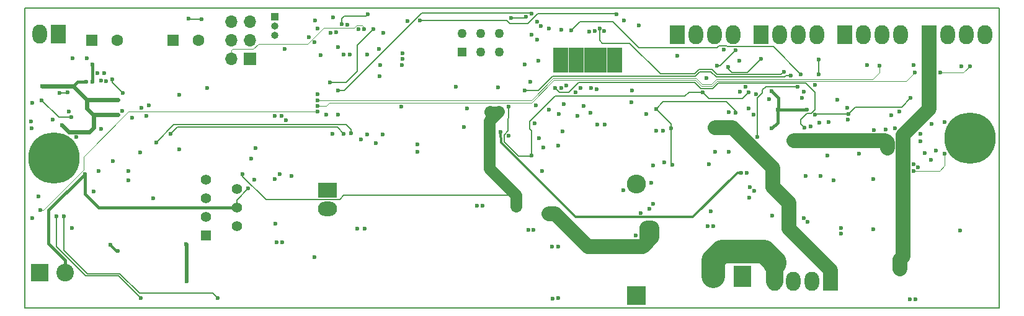
<source format=gbr>
G04 #@! TF.FileFunction,Copper,L3,Inr,Signal*
%FSLAX46Y46*%
G04 Gerber Fmt 4.6, Leading zero omitted, Abs format (unit mm)*
G04 Created by KiCad (PCBNEW 4.0.7) date 06/15/18 17:29:42*
%MOMM*%
%LPD*%
G01*
G04 APERTURE LIST*
%ADD10C,0.100000*%
%ADD11C,0.150000*%
%ADD12R,1.600000X1.600000*%
%ADD13C,1.600000*%
%ADD14R,2.600000X2.600000*%
%ADD15O,2.600000X2.600000*%
%ADD16C,7.000000*%
%ADD17R,1.700000X1.700000*%
%ADD18O,1.700000X1.700000*%
%ADD19R,1.000000X1.000000*%
%ADD20O,1.000000X1.000000*%
%ADD21R,2.350000X3.000000*%
%ADD22O,2.350000X3.000000*%
%ADD23C,1.270000*%
%ADD24R,1.270000X1.270000*%
%ADD25R,2.000000X2.600000*%
%ADD26O,2.000000X2.600000*%
%ADD27R,1.397000X1.397000*%
%ADD28C,1.397000*%
%ADD29R,1.100000X0.890000*%
%ADD30R,2.600000X2.000000*%
%ADD31O,2.600000X2.000000*%
%ADD32C,2.400000*%
%ADD33R,2.400000X2.400000*%
%ADD34C,0.600000*%
%ADD35C,0.159000*%
%ADD36C,0.200000*%
%ADD37C,0.125000*%
%ADD38C,1.570000*%
%ADD39C,2.000000*%
%ADD40C,3.200000*%
%ADD41C,2.400000*%
%ADD42C,0.415000*%
%ADD43C,0.500000*%
%ADD44C,0.300000*%
%ADD45C,0.555000*%
G04 APERTURE END LIST*
D10*
D11*
X25000000Y-164000000D02*
X25000000Y-123000000D01*
X158000000Y-164000000D02*
X25000000Y-164000000D01*
X158000000Y-123000000D02*
X158000000Y-164000000D01*
X25000000Y-123000000D02*
X158000000Y-123000000D01*
D12*
X45200000Y-127450000D03*
D13*
X48700000Y-127450000D03*
D12*
X34100000Y-127450000D03*
D13*
X37600000Y-127450000D03*
D14*
X108490000Y-162350000D03*
D15*
X108490000Y-147110000D03*
D16*
X154010000Y-140810000D03*
D17*
X55690000Y-129950000D03*
D18*
X53150000Y-129950000D03*
X55690000Y-127410000D03*
X53150000Y-127410000D03*
X55690000Y-124870000D03*
X53150000Y-124870000D03*
D19*
X59090000Y-124250000D03*
D20*
X59090000Y-125520000D03*
X59090000Y-126790000D03*
D21*
X122950000Y-159700000D03*
D22*
X118990000Y-159700000D03*
D23*
X84690000Y-126480000D03*
X87230000Y-126480000D03*
X89770000Y-126480000D03*
D24*
X84690000Y-129020000D03*
D23*
X87230000Y-129020000D03*
X89770000Y-129020000D03*
D25*
X125520000Y-126650000D03*
D26*
X128060000Y-126650000D03*
X130600000Y-126650000D03*
X133140000Y-126650000D03*
D25*
X114080000Y-126650000D03*
D26*
X116620000Y-126650000D03*
X119160000Y-126650000D03*
X121700000Y-126650000D03*
D25*
X136950000Y-126650000D03*
D26*
X139490000Y-126650000D03*
X142030000Y-126650000D03*
X144570000Y-126650000D03*
D25*
X148400000Y-126650000D03*
D26*
X150940000Y-126650000D03*
X153480000Y-126650000D03*
X156020000Y-126650000D03*
D27*
X49734000Y-154120000D03*
D28*
X53925000Y-152850000D03*
X49734000Y-151580000D03*
X53925000Y-150310000D03*
X49734000Y-149040000D03*
X53925000Y-147770000D03*
X49734000Y-146500000D03*
D29*
X106045000Y-131385000D03*
X106045000Y-130535000D03*
X106045000Y-128835000D03*
X106045000Y-129685000D03*
X104988750Y-129685000D03*
X104988750Y-128835000D03*
X104988750Y-130535000D03*
X104988750Y-131385000D03*
X103932500Y-131385000D03*
X103932500Y-130535000D03*
X103932500Y-128835000D03*
X103932500Y-129685000D03*
X102876250Y-129685000D03*
X102876250Y-128835000D03*
X102876250Y-130535000D03*
X102876250Y-131385000D03*
X101820000Y-131385000D03*
X101820000Y-130535000D03*
X101820000Y-128835000D03*
X101820000Y-129685000D03*
X100763750Y-129685000D03*
X100763750Y-128835000D03*
X100763750Y-130535000D03*
X100763750Y-131385000D03*
X99707500Y-131385000D03*
X99707500Y-130535000D03*
X99707500Y-128835000D03*
X99707500Y-129685000D03*
X98651250Y-129685000D03*
X98651250Y-128835000D03*
X98651250Y-130535000D03*
X98651250Y-131385000D03*
X97595000Y-131385000D03*
X97595000Y-130535000D03*
X97595000Y-128835000D03*
X97595000Y-129685000D03*
D16*
X29000000Y-143500000D03*
D30*
X66330000Y-147920000D03*
D31*
X66330000Y-150460000D03*
D25*
X29550000Y-126600000D03*
D26*
X27010000Y-126600000D03*
D32*
X30500000Y-159200000D03*
D33*
X27000000Y-159200000D03*
D25*
X134950000Y-160350000D03*
D26*
X132410000Y-160350000D03*
X129870000Y-160350000D03*
X127330000Y-160350000D03*
D34*
X110760000Y-144490000D03*
X46040000Y-134840000D03*
X36980000Y-143930000D03*
X94020000Y-133140000D03*
X98530000Y-136130000D03*
X70910000Y-140970000D03*
X135390000Y-146570000D03*
X91040000Y-136500000D03*
X94190000Y-143200000D03*
X132850000Y-137600000D03*
X117540000Y-134510000D03*
X123760000Y-134520000D03*
X145920000Y-135330000D03*
X137400000Y-137480000D03*
X150540000Y-138580000D03*
X146940000Y-144780000D03*
X83850000Y-133810000D03*
X73530000Y-130850000D03*
X73400000Y-132350000D03*
X67510000Y-126300000D03*
X73910000Y-126390000D03*
X72890000Y-141450000D03*
X71720000Y-140270000D03*
X73850000Y-140310000D03*
X46030000Y-142350000D03*
X56290000Y-146460000D03*
X61410000Y-145950000D03*
X59090000Y-146420000D03*
X41940000Y-136300000D03*
X41610000Y-137770000D03*
X47340000Y-124500000D03*
X49070000Y-124570000D03*
X95560000Y-145290000D03*
X60470000Y-128630000D03*
X123920000Y-147470000D03*
X114040000Y-129570000D03*
X125460000Y-129950000D03*
X111180000Y-136800000D03*
X39660000Y-137980000D03*
X113240000Y-139490000D03*
X113410000Y-144430000D03*
X118330000Y-144360000D03*
X59220000Y-152510000D03*
X59780000Y-145720000D03*
X146320000Y-145300000D03*
X132850000Y-133510000D03*
X126580000Y-135430000D03*
X121980000Y-137340000D03*
X100410000Y-137720000D03*
X100195000Y-134575000D03*
X120960000Y-131070000D03*
X112290000Y-144090000D03*
X64600000Y-124750000D03*
X67760000Y-128390000D03*
X31500000Y-129920000D03*
X33430000Y-129850000D03*
X34890000Y-131880000D03*
X25830000Y-138540000D03*
X25890000Y-139460000D03*
X134750000Y-138640000D03*
X137260000Y-136680000D03*
X89580000Y-133900000D03*
X49880000Y-133910000D03*
X35032340Y-145312460D03*
X42550000Y-148990000D03*
X34380000Y-148110000D03*
X26880000Y-148730000D03*
X26040000Y-151750000D03*
X40767660Y-142777540D03*
X150570000Y-142960000D03*
X149380000Y-142540000D03*
X144340000Y-137130000D03*
X152640000Y-153450000D03*
X139960000Y-130840000D03*
X146290000Y-130840000D03*
X152790000Y-130960000D03*
X66730000Y-126420000D03*
X67030000Y-124260000D03*
X66610000Y-133190000D03*
X72530000Y-125910000D03*
X64530000Y-157030000D03*
X71400000Y-153170000D03*
X70330000Y-153170000D03*
X98350000Y-139900000D03*
X108380000Y-154140000D03*
X54740000Y-145730000D03*
X92065000Y-150050000D03*
X88470000Y-137210000D03*
X92060000Y-148620000D03*
X89630000Y-137190000D03*
X109870000Y-153110000D03*
X110610000Y-153090000D03*
X97270000Y-151120000D03*
X96530000Y-151140000D03*
X123880000Y-148970000D03*
X34180000Y-133140000D03*
X34180000Y-130700000D03*
X47050000Y-160360000D03*
X47010000Y-155250000D03*
X28770000Y-138240000D03*
X32020000Y-140650000D03*
X121050000Y-142650000D03*
X119180000Y-142650000D03*
X131300000Y-151700000D03*
X131830000Y-152220000D03*
X121100000Y-139390000D03*
X119180000Y-139390000D03*
X144480000Y-158710000D03*
X144480000Y-157360000D03*
X123790000Y-136760000D03*
X97880000Y-137540000D03*
X109060000Y-151010000D03*
X133620000Y-146010000D03*
X140790000Y-146430000D03*
X106650000Y-147900000D03*
X110220000Y-150430000D03*
X95110000Y-130220000D03*
X96500000Y-136900000D03*
X104100000Y-126160000D03*
X106740000Y-124730000D03*
X102790000Y-126160000D03*
X107900000Y-134250000D03*
X103010000Y-134090000D03*
X101240000Y-136390000D03*
X98240000Y-133950000D03*
X110750000Y-149790000D03*
X140790000Y-153280000D03*
X110460000Y-146860000D03*
X104120000Y-138950000D03*
X103090000Y-138930000D03*
X148660000Y-143750000D03*
X102160000Y-137330000D03*
X102280000Y-133950000D03*
X64940000Y-137190000D03*
X27110000Y-150630000D03*
X146470000Y-131860000D03*
X149970000Y-131870000D03*
X154000000Y-130950000D03*
X64930000Y-136390000D03*
X64930000Y-135600000D03*
X141630000Y-130910000D03*
X119450000Y-130900000D03*
X121980000Y-128800000D03*
X117990000Y-132610000D03*
X64950000Y-134780000D03*
X118960000Y-152830000D03*
X118220000Y-152850000D03*
X96990000Y-155630000D03*
X97770000Y-155620000D03*
X97760000Y-162690000D03*
X97000000Y-162710000D03*
X71810000Y-123870000D03*
X68470000Y-129390000D03*
X60060000Y-137780000D03*
X35370000Y-132930000D03*
X39090000Y-145280000D03*
X94550000Y-138760000D03*
X143230000Y-137700000D03*
X68250000Y-125260000D03*
X124580000Y-147980000D03*
X131560000Y-145980000D03*
X98220000Y-125960000D03*
X108810000Y-125370000D03*
X142710000Y-141180000D03*
X142720000Y-142140000D03*
X129960000Y-141110000D03*
X130700000Y-141110000D03*
X125000000Y-140600000D03*
X99540000Y-126070000D03*
X130930000Y-132050000D03*
X130450000Y-133790000D03*
X134570000Y-143180000D03*
X133370000Y-130050000D03*
X133340000Y-132050000D03*
X103450000Y-125800000D03*
X128600000Y-131730000D03*
X138890000Y-142930000D03*
X133410000Y-138720000D03*
X102040000Y-126210000D03*
X137350000Y-138260000D03*
X100850000Y-133930000D03*
X131380000Y-139350000D03*
X66940000Y-140230000D03*
X97330000Y-133950000D03*
X84960000Y-139260000D03*
X89930000Y-139920000D03*
X122770000Y-145530000D03*
X123520000Y-145550000D03*
X25960000Y-136020000D03*
X35830000Y-131890000D03*
X31020000Y-137140000D03*
X124770000Y-134780000D03*
X124440000Y-137630000D03*
X109790000Y-137470000D03*
X131310000Y-134460000D03*
X147840000Y-142820000D03*
X147280000Y-141230000D03*
X122580000Y-134450000D03*
X135870000Y-135530000D03*
X35410000Y-139510000D03*
X71730000Y-129370000D03*
X111160000Y-139760000D03*
X112100000Y-139770000D03*
X148740000Y-138890000D03*
X78550000Y-141660000D03*
X78560000Y-142640000D03*
X67730000Y-137590000D03*
X95770000Y-142050000D03*
X122550000Y-130190000D03*
X120380000Y-128690000D03*
X94130000Y-123820000D03*
X67720000Y-134290000D03*
X129540000Y-132230000D03*
X66130000Y-137600000D03*
X93190000Y-134250000D03*
X71290000Y-125930000D03*
X70550000Y-125920000D03*
X73350000Y-128600000D03*
X64500000Y-127720000D03*
X63790000Y-127020000D03*
X76540000Y-129990000D03*
X94950000Y-127380000D03*
X96530000Y-125820000D03*
X131110000Y-135310000D03*
X123380000Y-133810000D03*
X94910000Y-124870000D03*
X93200000Y-130690000D03*
X76500000Y-130790000D03*
X97790000Y-141780000D03*
X76340000Y-136490000D03*
X140920000Y-139680000D03*
X146290000Y-144350000D03*
X59080000Y-137750000D03*
X65390000Y-129440000D03*
X64930000Y-125860000D03*
X77260000Y-124770000D03*
X78900000Y-124740000D03*
X105780000Y-123860000D03*
X143740000Y-139470000D03*
X142540000Y-139590000D03*
X68540000Y-140230000D03*
X44870000Y-140220000D03*
X40900000Y-136660000D03*
X29760000Y-134600000D03*
X30850000Y-134560000D03*
X69500000Y-140150000D03*
X42930000Y-141360000D03*
X31430000Y-153050000D03*
X132250000Y-139230000D03*
X95410000Y-125460000D03*
X76520000Y-129190000D03*
X94180000Y-126660000D03*
X127000000Y-151370000D03*
X118620000Y-150780000D03*
X107820000Y-135860000D03*
X98920000Y-133650000D03*
X146570000Y-162800000D03*
X136390000Y-153110000D03*
X145830000Y-162800000D03*
X136390000Y-153860000D03*
X33400000Y-133120000D03*
X33190000Y-145710000D03*
X55500000Y-147680000D03*
X30050000Y-139000000D03*
X33770000Y-139920000D03*
X37700000Y-137550000D03*
X27320000Y-133730000D03*
X37660000Y-135550000D03*
X59330000Y-155030000D03*
X60080000Y-155010000D03*
X94410000Y-153360000D03*
X93710000Y-153360000D03*
X87450000Y-150050000D03*
X86730000Y-150070000D03*
X36100000Y-133050000D03*
X147230000Y-140220000D03*
X93390000Y-124240000D03*
X91380000Y-124410000D03*
X69320000Y-129410000D03*
X60590000Y-138330000D03*
X56500000Y-142140000D03*
X55910000Y-143630000D03*
X39080000Y-146570000D03*
X95150000Y-140780000D03*
X69000000Y-125270000D03*
X121040000Y-137270000D03*
X131750000Y-136890000D03*
X126930000Y-139490000D03*
X127770000Y-136920000D03*
X126910000Y-134400000D03*
X91020000Y-140460000D03*
X94710000Y-136340000D03*
X85370000Y-136710000D03*
X36640000Y-155390000D03*
X37650000Y-156220000D03*
X38260000Y-137080000D03*
X36900000Y-132770000D03*
X38360000Y-134650000D03*
X31360000Y-137960000D03*
X27310000Y-135660000D03*
X30300000Y-151470000D03*
X51330000Y-162680000D03*
X29330000Y-151470000D03*
X40800000Y-162680000D03*
D35*
X94190000Y-143200000D02*
X94190000Y-139770000D01*
X115680000Y-134510000D02*
X117540000Y-134510000D01*
X115100000Y-135090000D02*
X115680000Y-134510000D01*
X97360000Y-135090000D02*
X115100000Y-135090000D01*
X93930000Y-138520000D02*
X97360000Y-135090000D01*
X93930000Y-139510000D02*
X93930000Y-138520000D01*
X94190000Y-139770000D02*
X93930000Y-139510000D01*
X90950000Y-139810000D02*
X91040000Y-136500000D01*
X90420000Y-140340000D02*
X90950000Y-139810000D01*
X90420000Y-141310000D02*
X90420000Y-140340000D01*
X92370000Y-143260000D02*
X90420000Y-141310000D01*
X94130000Y-143260000D02*
X92370000Y-143260000D01*
X94190000Y-143200000D02*
X94130000Y-143260000D01*
X132970000Y-137480000D02*
X137400000Y-137480000D01*
X132850000Y-137600000D02*
X132970000Y-137480000D01*
X118390000Y-135360000D02*
X117540000Y-134510000D01*
X123760000Y-134520000D02*
X122920000Y-135360000D01*
X122920000Y-135360000D02*
X118390000Y-135360000D01*
X145920000Y-135330000D02*
X144710000Y-136540000D01*
X144710000Y-136540000D02*
X138340000Y-136540000D01*
X138340000Y-136540000D02*
X137400000Y-137480000D01*
X47340000Y-124500000D02*
X47410000Y-124570000D01*
X47410000Y-124570000D02*
X49070000Y-124570000D01*
D36*
X121980000Y-137340000D02*
X121980000Y-137070000D01*
X112130000Y-135850000D02*
X111180000Y-136800000D01*
X120760000Y-135850000D02*
X112130000Y-135850000D01*
X121980000Y-137070000D02*
X120760000Y-135850000D01*
X120960000Y-131070000D02*
X120960000Y-131295498D01*
X120960000Y-131295498D02*
X121470000Y-131805498D01*
X121470000Y-131805498D02*
X123604502Y-131805498D01*
X123604502Y-131805498D02*
X125460000Y-129950000D01*
X113240000Y-138860000D02*
X113240000Y-139490000D01*
X111180000Y-136800000D02*
X113240000Y-138860000D01*
X113240000Y-139490000D02*
X113240000Y-144260000D01*
X113240000Y-144260000D02*
X113410000Y-144430000D01*
D37*
X146320000Y-145300000D02*
X149840000Y-145300000D01*
X150570000Y-144570000D02*
X150570000Y-142960000D01*
X149840000Y-145300000D02*
X150570000Y-144570000D01*
D35*
X68830000Y-133190000D02*
X66610000Y-133190000D01*
X70360000Y-131660000D02*
X68830000Y-133190000D01*
X70360000Y-128080000D02*
X70360000Y-131660000D01*
X72530000Y-125910000D02*
X70360000Y-128080000D01*
D36*
X92060000Y-148620000D02*
X68520000Y-148620000D01*
X54740000Y-146020000D02*
X54740000Y-145730000D01*
X57900000Y-149180000D02*
X54740000Y-146020000D01*
X67960000Y-149180000D02*
X57900000Y-149180000D01*
X68520000Y-148620000D02*
X67960000Y-149180000D01*
D38*
X92065000Y-150050000D02*
X92065000Y-148625000D01*
X92065000Y-148625000D02*
X92060000Y-148620000D01*
X92065000Y-150050000D02*
X92060000Y-150055000D01*
X92060000Y-150055000D02*
X92060000Y-150130000D01*
X88470000Y-137210000D02*
X89610000Y-137210000D01*
X89610000Y-137210000D02*
X89630000Y-137190000D01*
X88470000Y-137210000D02*
X88470000Y-137200000D01*
X88370000Y-144930000D02*
X92060000Y-148620000D01*
X88370000Y-138450000D02*
X88370000Y-144930000D01*
X89630000Y-137190000D02*
X88370000Y-138450000D01*
D39*
X109890000Y-153090000D02*
X109890000Y-155080000D01*
X109890000Y-155080000D02*
X109320000Y-155650000D01*
X110610000Y-153090000D02*
X109890000Y-153090000D01*
X109890000Y-153090000D02*
X109870000Y-153110000D01*
X97270000Y-151120000D02*
X97330000Y-151120000D01*
X97330000Y-151120000D02*
X101860000Y-155650000D01*
X101860000Y-155650000D02*
X109320000Y-155650000D01*
X110610000Y-154360000D02*
X110610000Y-153090000D01*
X109320000Y-155650000D02*
X110610000Y-154360000D01*
X97270000Y-151120000D02*
X96550000Y-151120000D01*
X96550000Y-151120000D02*
X96530000Y-151140000D01*
X96550000Y-151120000D02*
X96530000Y-151140000D01*
D40*
X118990000Y-157480000D02*
X118990000Y-159700000D01*
X120160000Y-156310000D02*
X118990000Y-157480000D01*
X125930000Y-156310000D02*
X120160000Y-156310000D01*
X127330000Y-157710000D02*
X125930000Y-156310000D01*
X127330000Y-157870000D02*
X127330000Y-157710000D01*
D41*
X127330000Y-157870000D02*
X127300000Y-157840000D01*
X127330000Y-160350000D02*
X127330000Y-157870000D01*
D42*
X34180000Y-133140000D02*
X34180000Y-130700000D01*
D43*
X47010000Y-155250000D02*
X47050000Y-155290000D01*
X47050000Y-155290000D02*
X47050000Y-160360000D01*
D39*
X121590000Y-139390000D02*
X121100000Y-139390000D01*
X127100000Y-144900000D02*
X121590000Y-139390000D01*
X127100000Y-147500000D02*
X127100000Y-144900000D01*
X129250000Y-149650000D02*
X127100000Y-147500000D01*
X129250000Y-153170000D02*
X129250000Y-149650000D01*
X134950000Y-158870000D02*
X129250000Y-153170000D01*
X134950000Y-158870000D02*
X134950000Y-160350000D01*
X119180000Y-139390000D02*
X121100000Y-139390000D01*
X144480000Y-157360000D02*
X144480000Y-158710000D01*
X148400000Y-126650000D02*
X148400000Y-136820000D01*
X144860000Y-156980000D02*
X144480000Y-157360000D01*
X144860000Y-140360000D02*
X144860000Y-156980000D01*
X148400000Y-136820000D02*
X144860000Y-140360000D01*
D37*
X64940000Y-137190000D02*
X39160000Y-137190000D01*
X27510000Y-150630000D02*
X27110000Y-150630000D01*
X32990000Y-145150000D02*
X27510000Y-150630000D01*
X32990000Y-143360000D02*
X32990000Y-145150000D01*
X39160000Y-137190000D02*
X32990000Y-143360000D01*
X66150000Y-136390000D02*
X66580000Y-135960000D01*
X66580000Y-135960000D02*
X94160000Y-135960000D01*
X94160000Y-135960000D02*
X97240000Y-132880000D01*
X97240000Y-132880000D02*
X116490000Y-132880000D01*
X116490000Y-132880000D02*
X117340000Y-133730000D01*
X117340000Y-133730000D02*
X118770000Y-133730000D01*
X118770000Y-133730000D02*
X119490000Y-133010000D01*
X119490000Y-133010000D02*
X145320000Y-133010000D01*
X145320000Y-133010000D02*
X146470000Y-131860000D01*
X149970000Y-131870000D02*
X149990000Y-131850000D01*
X149990000Y-131850000D02*
X153100000Y-131850000D01*
X153100000Y-131850000D02*
X154000000Y-130950000D01*
X64930000Y-136390000D02*
X66150000Y-136390000D01*
X64930000Y-135600000D02*
X94160000Y-135600000D01*
X141630000Y-131860000D02*
X141630000Y-130910000D01*
X140750000Y-132740000D02*
X141630000Y-131860000D01*
X119370000Y-132740000D02*
X140750000Y-132740000D01*
X118680000Y-133430000D02*
X119370000Y-132740000D01*
X117430000Y-133430000D02*
X118680000Y-133430000D01*
X116620000Y-132620000D02*
X117430000Y-133430000D01*
X97140000Y-132620000D02*
X116620000Y-132620000D01*
X94160000Y-135600000D02*
X97140000Y-132620000D01*
D35*
X119880000Y-130900000D02*
X119450000Y-130900000D01*
X121980000Y-128800000D02*
X119880000Y-130900000D01*
D36*
X68250000Y-124500000D02*
X68250000Y-125260000D01*
X68600000Y-124150000D02*
X68250000Y-124500000D01*
X71530000Y-124150000D02*
X68600000Y-124150000D01*
X71810000Y-123870000D02*
X71530000Y-124150000D01*
D39*
X142720000Y-141400000D02*
X142720000Y-142140000D01*
X130700000Y-141110000D02*
X142430000Y-141110000D01*
X142430000Y-141110000D02*
X142720000Y-141400000D01*
X129960000Y-141110000D02*
X130700000Y-141110000D01*
D35*
X125000000Y-140600000D02*
X125000000Y-135290000D01*
X100760000Y-124850000D02*
X99540000Y-126070000D01*
X105240000Y-124850000D02*
X100760000Y-124850000D01*
X108820000Y-128430000D02*
X105240000Y-124850000D01*
X119440000Y-128430000D02*
X108820000Y-128430000D01*
X119720000Y-128150000D02*
X119440000Y-128430000D01*
X120770000Y-128150000D02*
X119720000Y-128150000D01*
X120910000Y-128290000D02*
X120770000Y-128150000D01*
X127170000Y-128290000D02*
X120910000Y-128290000D01*
X130930000Y-132050000D02*
X127170000Y-128290000D01*
X126120000Y-133790000D02*
X130450000Y-133790000D01*
X125680000Y-134230000D02*
X126120000Y-133790000D01*
X125680000Y-134610000D02*
X125680000Y-134230000D01*
X125000000Y-135290000D02*
X125680000Y-134610000D01*
X133340000Y-132050000D02*
X133340000Y-130080000D01*
X103450000Y-125800000D02*
X103450000Y-127450000D01*
X128220000Y-132110000D02*
X128600000Y-131730000D01*
X119460000Y-132110000D02*
X128220000Y-132110000D01*
X118780000Y-131430000D02*
X119460000Y-132110000D01*
X117010000Y-131430000D02*
X118780000Y-131430000D01*
X116420000Y-132020000D02*
X117010000Y-131430000D01*
X111740000Y-132020000D02*
X116420000Y-132020000D01*
X107540000Y-127820000D02*
X111740000Y-132020000D01*
X103820000Y-127820000D02*
X107540000Y-127820000D01*
X103450000Y-127450000D02*
X103820000Y-127820000D01*
X133340000Y-130080000D02*
X133370000Y-130050000D01*
X131380000Y-139350000D02*
X130900000Y-138870000D01*
X130900000Y-138870000D02*
X130900000Y-138260000D01*
X130900000Y-138260000D02*
X131760000Y-137400000D01*
X131760000Y-137400000D02*
X132300000Y-137400000D01*
X132300000Y-137400000D02*
X132820000Y-136880000D01*
X132820000Y-136880000D02*
X132820000Y-134500000D01*
X132820000Y-134500000D02*
X131600000Y-133280000D01*
X131600000Y-133280000D02*
X119610000Y-133280000D01*
X119610000Y-133280000D02*
X118890000Y-134000000D01*
X118890000Y-134000000D02*
X117232402Y-134000000D01*
X117232402Y-134000000D02*
X116392402Y-133160000D01*
X116392402Y-133160000D02*
X100600000Y-133160000D01*
X100600000Y-133160000D02*
X99210000Y-134550000D01*
X99210000Y-134550000D02*
X97930000Y-134550000D01*
X97930000Y-134550000D02*
X97330000Y-133950000D01*
D44*
X122770000Y-145530000D02*
X122240000Y-145530000D01*
X90020000Y-141440000D02*
X89930000Y-139920000D01*
X100170000Y-151590000D02*
X90020000Y-141440000D01*
X116180000Y-151590000D02*
X100170000Y-151590000D01*
X122240000Y-145530000D02*
X116180000Y-151590000D01*
D35*
X94130000Y-123820000D02*
X94040000Y-123730000D01*
X94040000Y-123730000D02*
X79160000Y-123730000D01*
X79160000Y-123730000D02*
X68600000Y-134290000D01*
X68600000Y-134290000D02*
X67720000Y-134290000D01*
X97032498Y-132320000D02*
X97010000Y-132320000D01*
X128902498Y-132230000D02*
X128680000Y-132452498D01*
X128680000Y-132452498D02*
X119392498Y-132452498D01*
X119392498Y-132452498D02*
X118660000Y-131720000D01*
X118660000Y-131720000D02*
X117132498Y-131720000D01*
X117132498Y-131720000D02*
X116532498Y-132320000D01*
X116532498Y-132320000D02*
X97032498Y-132320000D01*
X129540000Y-132230000D02*
X128902498Y-132230000D01*
X95080000Y-134250000D02*
X93190000Y-134250000D01*
X97010000Y-132320000D02*
X95080000Y-134250000D01*
D37*
X71290000Y-125930000D02*
X71290000Y-125620000D01*
X53150000Y-128780000D02*
X53150000Y-129950000D01*
X53310000Y-128620000D02*
X53150000Y-128780000D01*
X56150000Y-128620000D02*
X53310000Y-128620000D01*
X56870000Y-127900000D02*
X56150000Y-128620000D01*
X63610000Y-127900000D02*
X56870000Y-127900000D01*
X65800000Y-125760000D02*
X63610000Y-127900000D01*
X69930000Y-125760000D02*
X65800000Y-125760000D01*
X70240000Y-125400000D02*
X69930000Y-125760000D01*
X71070000Y-125400000D02*
X70240000Y-125400000D01*
X71290000Y-125620000D02*
X71070000Y-125400000D01*
D35*
X77260000Y-124770000D02*
X77180000Y-124690000D01*
X90760000Y-124740000D02*
X78900000Y-124740000D01*
X91180000Y-125160000D02*
X90760000Y-124740000D01*
X93660000Y-125160000D02*
X91180000Y-125160000D01*
X95000000Y-123820000D02*
X93660000Y-125160000D01*
X105740000Y-123820000D02*
X95000000Y-123820000D01*
X105780000Y-123860000D02*
X105740000Y-123820000D01*
X68540000Y-140230000D02*
X67620000Y-139310000D01*
X67620000Y-139310000D02*
X45780000Y-139310000D01*
X45780000Y-139310000D02*
X44870000Y-140220000D01*
X30810000Y-134600000D02*
X29760000Y-134600000D01*
X30850000Y-134560000D02*
X30810000Y-134600000D01*
X69500000Y-139580000D02*
X69500000Y-140150000D01*
X68870000Y-138950000D02*
X69500000Y-139580000D01*
X45340000Y-138950000D02*
X68870000Y-138950000D01*
X42930000Y-141360000D02*
X45340000Y-138950000D01*
D42*
X33400000Y-133120000D02*
X32220000Y-133120000D01*
X32220000Y-133120000D02*
X31610000Y-133730000D01*
X33190000Y-145710000D02*
X33190000Y-148410000D01*
X35090000Y-150310000D02*
X53925000Y-150310000D01*
X33190000Y-148410000D02*
X35090000Y-150310000D01*
X30500000Y-159200000D02*
X30500000Y-157470000D01*
X28240000Y-155120000D02*
X28240000Y-150660000D01*
X28240000Y-150660000D02*
X33190000Y-145710000D01*
X28240000Y-155210000D02*
X28240000Y-155120000D01*
X30500000Y-157470000D02*
X28240000Y-155210000D01*
D36*
X53925000Y-149255000D02*
X53925000Y-150310000D01*
X55500000Y-147680000D02*
X53925000Y-149255000D01*
D45*
X30970000Y-139920000D02*
X33770000Y-139920000D01*
X30050000Y-139000000D02*
X30970000Y-139920000D01*
X34360000Y-137550000D02*
X34360000Y-139330000D01*
X34360000Y-139330000D02*
X33770000Y-139920000D01*
X33490000Y-135550000D02*
X33490000Y-136760000D01*
X34280000Y-137550000D02*
X34360000Y-137550000D01*
X34360000Y-137550000D02*
X37700000Y-137550000D01*
X33490000Y-136760000D02*
X34280000Y-137550000D01*
X27320000Y-133730000D02*
X31610000Y-133730000D01*
X33430000Y-135550000D02*
X33490000Y-135550000D01*
X33490000Y-135550000D02*
X37660000Y-135550000D01*
X31610000Y-133730000D02*
X33430000Y-135550000D01*
D36*
X93390000Y-124240000D02*
X93220000Y-124410000D01*
X93220000Y-124410000D02*
X91380000Y-124410000D01*
D42*
X131750000Y-136890000D02*
X131720000Y-136920000D01*
X131720000Y-136920000D02*
X127770000Y-136920000D01*
X127770000Y-136920000D02*
X127770000Y-138650000D01*
X127770000Y-138650000D02*
X126930000Y-139490000D01*
X127820000Y-136300000D02*
X127820000Y-135310000D01*
X127820000Y-135310000D02*
X126910000Y-134400000D01*
X127820000Y-136870000D02*
X127820000Y-136300000D01*
X127770000Y-136920000D02*
X127820000Y-136870000D01*
D44*
X36640000Y-155390000D02*
X37470000Y-156220000D01*
X37470000Y-156220000D02*
X37650000Y-156220000D01*
D35*
X36900000Y-133190000D02*
X36900000Y-132770000D01*
X38360000Y-134650000D02*
X36900000Y-133190000D01*
X29610000Y-137960000D02*
X31360000Y-137960000D01*
X27310000Y-135660000D02*
X29610000Y-137960000D01*
D36*
X30300000Y-156090000D02*
X30300000Y-151470000D01*
X33514998Y-159304998D02*
X30300000Y-156090000D01*
X37974998Y-159304998D02*
X33514998Y-159304998D01*
X40620000Y-161950000D02*
X37974998Y-159304998D01*
X50600000Y-161950000D02*
X40620000Y-161950000D01*
X51330000Y-162680000D02*
X50600000Y-161950000D01*
X29330000Y-155660000D02*
X29330000Y-151470000D01*
X33300000Y-159630000D02*
X29330000Y-155660000D01*
X37750000Y-159630000D02*
X33300000Y-159630000D01*
X40800000Y-162680000D02*
X37750000Y-159630000D01*
M02*

</source>
